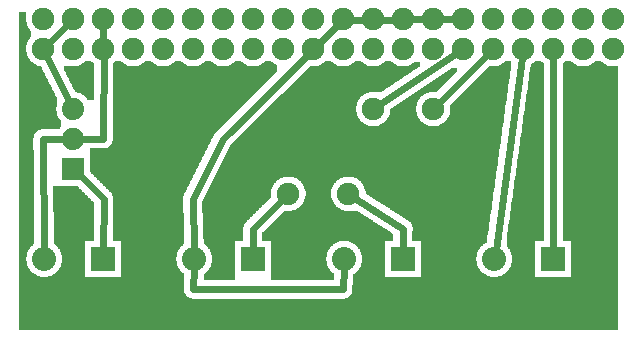
<source format=gbl>
G04 MADE WITH FRITZING*
G04 WWW.FRITZING.ORG*
G04 DOUBLE SIDED*
G04 HOLES PLATED*
G04 CONTOUR ON CENTER OF CONTOUR VECTOR*
%ASAXBY*%
%FSLAX23Y23*%
%MOIN*%
%OFA0B0*%
%SFA1.0B1.0*%
%ADD10C,0.075000*%
%ADD11C,0.075361*%
%ADD12C,0.080000*%
%ADD13C,0.074000*%
%ADD14R,0.080000X0.080000*%
%ADD15C,0.024000*%
%ADD16R,0.001000X0.001000*%
%LNCOPPER0*%
G90*
G70*
G54D10*
X99Y824D03*
G54D11*
X121Y979D03*
X221Y979D03*
X321Y979D03*
X421Y979D03*
X521Y979D03*
X621Y979D03*
X721Y979D03*
X821Y979D03*
X921Y979D03*
X1021Y979D03*
X1121Y979D03*
X1221Y979D03*
X1321Y979D03*
X1421Y979D03*
X1521Y979D03*
X1621Y979D03*
X1721Y979D03*
X1821Y979D03*
X1921Y979D03*
X2021Y979D03*
X2021Y1079D03*
X1921Y1079D03*
X1821Y1079D03*
X1721Y1079D03*
X1621Y1079D03*
X1521Y1079D03*
X1421Y1079D03*
X1321Y1079D03*
X1221Y1079D03*
X1121Y1079D03*
X1021Y1079D03*
X921Y1079D03*
X821Y1079D03*
X721Y1079D03*
X621Y1079D03*
X521Y1079D03*
X421Y1079D03*
X321Y1079D03*
X221Y1079D03*
X121Y1079D03*
G54D12*
X1821Y279D03*
X1624Y279D03*
X1321Y279D03*
X1124Y279D03*
X821Y279D03*
X624Y279D03*
X321Y279D03*
X124Y279D03*
G54D10*
X1221Y779D03*
X938Y496D03*
X1421Y779D03*
X1138Y496D03*
G54D13*
X221Y579D03*
X221Y679D03*
X221Y779D03*
G54D14*
X1821Y279D03*
X1321Y279D03*
X821Y279D03*
X321Y279D03*
G54D15*
X719Y677D02*
X1122Y1076D01*
D02*
X1122Y1076D02*
X1490Y1079D01*
D02*
X620Y479D02*
X719Y677D01*
D02*
X624Y310D02*
X620Y479D01*
D02*
X322Y679D02*
X323Y980D01*
D02*
X323Y980D02*
X322Y1047D01*
D02*
X252Y679D02*
X322Y679D01*
D02*
X119Y980D02*
X207Y806D01*
D02*
X199Y1057D02*
X119Y980D01*
D02*
X121Y679D02*
X124Y310D01*
D02*
X191Y679D02*
X121Y679D01*
D02*
X323Y479D02*
X322Y310D01*
D02*
X243Y557D02*
X323Y479D01*
D02*
X918Y476D02*
X820Y379D01*
D02*
X820Y379D02*
X821Y310D01*
D02*
X622Y178D02*
X1120Y178D01*
D02*
X1120Y178D02*
X1123Y248D01*
D02*
X624Y248D02*
X622Y178D01*
D02*
X1163Y480D02*
X1322Y379D01*
D02*
X1322Y379D02*
X1319Y380D01*
D02*
X1319Y380D02*
X1321Y310D01*
D02*
X1629Y310D02*
X1717Y948D01*
D02*
X1821Y310D02*
X1821Y947D01*
D02*
X1599Y957D02*
X1442Y799D01*
D02*
X1245Y795D02*
X1495Y961D01*
G36*
X40Y1101D02*
X40Y219D01*
X112Y219D01*
X112Y221D01*
X104Y221D01*
X104Y223D01*
X100Y223D01*
X100Y225D01*
X96Y225D01*
X96Y227D01*
X92Y227D01*
X92Y229D01*
X90Y229D01*
X90Y231D01*
X88Y231D01*
X88Y233D01*
X84Y233D01*
X84Y235D01*
X82Y235D01*
X82Y237D01*
X80Y237D01*
X80Y239D01*
X78Y239D01*
X78Y243D01*
X76Y243D01*
X76Y245D01*
X74Y245D01*
X74Y247D01*
X72Y247D01*
X72Y251D01*
X70Y251D01*
X70Y255D01*
X68Y255D01*
X68Y261D01*
X66Y261D01*
X66Y271D01*
X64Y271D01*
X64Y285D01*
X66Y285D01*
X66Y295D01*
X68Y295D01*
X68Y301D01*
X70Y301D01*
X70Y305D01*
X72Y305D01*
X72Y309D01*
X74Y309D01*
X74Y313D01*
X76Y313D01*
X76Y315D01*
X78Y315D01*
X78Y317D01*
X80Y317D01*
X80Y319D01*
X82Y319D01*
X82Y321D01*
X84Y321D01*
X84Y323D01*
X86Y323D01*
X86Y325D01*
X88Y325D01*
X88Y327D01*
X90Y327D01*
X90Y329D01*
X92Y329D01*
X92Y433D01*
X90Y433D01*
X90Y641D01*
X88Y641D01*
X88Y683D01*
X90Y683D01*
X90Y691D01*
X92Y691D01*
X92Y695D01*
X94Y695D01*
X94Y697D01*
X96Y697D01*
X96Y701D01*
X98Y701D01*
X98Y703D01*
X102Y703D01*
X102Y705D01*
X104Y705D01*
X104Y707D01*
X108Y707D01*
X108Y709D01*
X114Y709D01*
X114Y711D01*
X176Y711D01*
X176Y713D01*
X178Y713D01*
X178Y717D01*
X180Y717D01*
X180Y719D01*
X182Y719D01*
X182Y739D01*
X180Y739D01*
X180Y741D01*
X178Y741D01*
X178Y743D01*
X176Y743D01*
X176Y745D01*
X174Y745D01*
X174Y749D01*
X172Y749D01*
X172Y751D01*
X170Y751D01*
X170Y755D01*
X168Y755D01*
X168Y761D01*
X166Y761D01*
X166Y771D01*
X164Y771D01*
X164Y785D01*
X166Y785D01*
X166Y795D01*
X168Y795D01*
X168Y815D01*
X166Y815D01*
X166Y819D01*
X164Y819D01*
X164Y823D01*
X162Y823D01*
X162Y827D01*
X160Y827D01*
X160Y831D01*
X158Y831D01*
X158Y835D01*
X156Y835D01*
X156Y839D01*
X154Y839D01*
X154Y843D01*
X152Y843D01*
X152Y847D01*
X150Y847D01*
X150Y851D01*
X148Y851D01*
X148Y855D01*
X146Y855D01*
X146Y859D01*
X144Y859D01*
X144Y861D01*
X142Y861D01*
X142Y865D01*
X140Y865D01*
X140Y869D01*
X138Y869D01*
X138Y873D01*
X136Y873D01*
X136Y877D01*
X134Y877D01*
X134Y881D01*
X132Y881D01*
X132Y885D01*
X130Y885D01*
X130Y889D01*
X128Y889D01*
X128Y893D01*
X126Y893D01*
X126Y897D01*
X124Y897D01*
X124Y901D01*
X122Y901D01*
X122Y905D01*
X120Y905D01*
X120Y909D01*
X118Y909D01*
X118Y913D01*
X116Y913D01*
X116Y917D01*
X114Y917D01*
X114Y921D01*
X110Y921D01*
X110Y923D01*
X102Y923D01*
X102Y925D01*
X98Y925D01*
X98Y927D01*
X94Y927D01*
X94Y929D01*
X90Y929D01*
X90Y931D01*
X88Y931D01*
X88Y933D01*
X86Y933D01*
X86Y935D01*
X82Y935D01*
X82Y937D01*
X80Y937D01*
X80Y939D01*
X78Y939D01*
X78Y943D01*
X76Y943D01*
X76Y945D01*
X74Y945D01*
X74Y947D01*
X72Y947D01*
X72Y951D01*
X70Y951D01*
X70Y955D01*
X68Y955D01*
X68Y959D01*
X66Y959D01*
X66Y967D01*
X64Y967D01*
X64Y991D01*
X66Y991D01*
X66Y997D01*
X68Y997D01*
X68Y1003D01*
X70Y1003D01*
X70Y1007D01*
X72Y1007D01*
X72Y1009D01*
X74Y1009D01*
X74Y1013D01*
X76Y1013D01*
X76Y1015D01*
X78Y1015D01*
X78Y1017D01*
X80Y1017D01*
X80Y1039D01*
X78Y1039D01*
X78Y1043D01*
X76Y1043D01*
X76Y1045D01*
X74Y1045D01*
X74Y1047D01*
X72Y1047D01*
X72Y1051D01*
X70Y1051D01*
X70Y1055D01*
X68Y1055D01*
X68Y1059D01*
X66Y1059D01*
X66Y1067D01*
X64Y1067D01*
X64Y1101D01*
X40Y1101D01*
G37*
D02*
G36*
X360Y937D02*
X360Y935D01*
X358Y935D01*
X358Y933D01*
X356Y933D01*
X356Y931D01*
X354Y931D01*
X354Y921D01*
X410Y921D01*
X410Y923D01*
X402Y923D01*
X402Y925D01*
X398Y925D01*
X398Y927D01*
X394Y927D01*
X394Y929D01*
X390Y929D01*
X390Y931D01*
X388Y931D01*
X388Y933D01*
X386Y933D01*
X386Y935D01*
X382Y935D01*
X382Y937D01*
X360Y937D01*
G37*
D02*
G36*
X460Y937D02*
X460Y935D01*
X458Y935D01*
X458Y933D01*
X456Y933D01*
X456Y931D01*
X452Y931D01*
X452Y929D01*
X450Y929D01*
X450Y927D01*
X446Y927D01*
X446Y925D01*
X440Y925D01*
X440Y923D01*
X432Y923D01*
X432Y921D01*
X510Y921D01*
X510Y923D01*
X502Y923D01*
X502Y925D01*
X498Y925D01*
X498Y927D01*
X494Y927D01*
X494Y929D01*
X490Y929D01*
X490Y931D01*
X488Y931D01*
X488Y933D01*
X486Y933D01*
X486Y935D01*
X482Y935D01*
X482Y937D01*
X460Y937D01*
G37*
D02*
G36*
X560Y937D02*
X560Y935D01*
X558Y935D01*
X558Y933D01*
X556Y933D01*
X556Y931D01*
X552Y931D01*
X552Y929D01*
X550Y929D01*
X550Y927D01*
X546Y927D01*
X546Y925D01*
X540Y925D01*
X540Y923D01*
X532Y923D01*
X532Y921D01*
X610Y921D01*
X610Y923D01*
X602Y923D01*
X602Y925D01*
X598Y925D01*
X598Y927D01*
X594Y927D01*
X594Y929D01*
X590Y929D01*
X590Y931D01*
X588Y931D01*
X588Y933D01*
X586Y933D01*
X586Y935D01*
X582Y935D01*
X582Y937D01*
X560Y937D01*
G37*
D02*
G36*
X660Y937D02*
X660Y935D01*
X658Y935D01*
X658Y933D01*
X656Y933D01*
X656Y931D01*
X652Y931D01*
X652Y929D01*
X650Y929D01*
X650Y927D01*
X646Y927D01*
X646Y925D01*
X640Y925D01*
X640Y923D01*
X632Y923D01*
X632Y921D01*
X710Y921D01*
X710Y923D01*
X702Y923D01*
X702Y925D01*
X698Y925D01*
X698Y927D01*
X694Y927D01*
X694Y929D01*
X690Y929D01*
X690Y931D01*
X688Y931D01*
X688Y933D01*
X686Y933D01*
X686Y935D01*
X682Y935D01*
X682Y937D01*
X660Y937D01*
G37*
D02*
G36*
X760Y937D02*
X760Y935D01*
X758Y935D01*
X758Y933D01*
X756Y933D01*
X756Y931D01*
X752Y931D01*
X752Y929D01*
X750Y929D01*
X750Y927D01*
X746Y927D01*
X746Y925D01*
X740Y925D01*
X740Y923D01*
X732Y923D01*
X732Y921D01*
X810Y921D01*
X810Y923D01*
X802Y923D01*
X802Y925D01*
X798Y925D01*
X798Y927D01*
X794Y927D01*
X794Y929D01*
X790Y929D01*
X790Y931D01*
X788Y931D01*
X788Y933D01*
X786Y933D01*
X786Y935D01*
X782Y935D01*
X782Y937D01*
X760Y937D01*
G37*
D02*
G36*
X860Y937D02*
X860Y935D01*
X858Y935D01*
X858Y933D01*
X856Y933D01*
X856Y931D01*
X852Y931D01*
X852Y929D01*
X850Y929D01*
X850Y927D01*
X846Y927D01*
X846Y925D01*
X840Y925D01*
X840Y923D01*
X832Y923D01*
X832Y921D01*
X902Y921D01*
X902Y925D01*
X898Y925D01*
X898Y927D01*
X894Y927D01*
X894Y929D01*
X890Y929D01*
X890Y931D01*
X888Y931D01*
X888Y933D01*
X886Y933D01*
X886Y935D01*
X882Y935D01*
X882Y937D01*
X860Y937D01*
G37*
D02*
G36*
X1060Y937D02*
X1060Y935D01*
X1058Y935D01*
X1058Y933D01*
X1056Y933D01*
X1056Y931D01*
X1052Y931D01*
X1052Y929D01*
X1050Y929D01*
X1050Y927D01*
X1046Y927D01*
X1046Y925D01*
X1040Y925D01*
X1040Y923D01*
X1032Y923D01*
X1032Y921D01*
X1110Y921D01*
X1110Y923D01*
X1102Y923D01*
X1102Y925D01*
X1098Y925D01*
X1098Y927D01*
X1094Y927D01*
X1094Y929D01*
X1090Y929D01*
X1090Y931D01*
X1088Y931D01*
X1088Y933D01*
X1086Y933D01*
X1086Y935D01*
X1082Y935D01*
X1082Y937D01*
X1060Y937D01*
G37*
D02*
G36*
X1160Y937D02*
X1160Y935D01*
X1158Y935D01*
X1158Y933D01*
X1156Y933D01*
X1156Y931D01*
X1152Y931D01*
X1152Y929D01*
X1150Y929D01*
X1150Y927D01*
X1146Y927D01*
X1146Y925D01*
X1140Y925D01*
X1140Y923D01*
X1132Y923D01*
X1132Y921D01*
X1210Y921D01*
X1210Y923D01*
X1202Y923D01*
X1202Y925D01*
X1198Y925D01*
X1198Y927D01*
X1194Y927D01*
X1194Y929D01*
X1190Y929D01*
X1190Y931D01*
X1188Y931D01*
X1188Y933D01*
X1186Y933D01*
X1186Y935D01*
X1182Y935D01*
X1182Y937D01*
X1160Y937D01*
G37*
D02*
G36*
X1260Y937D02*
X1260Y935D01*
X1258Y935D01*
X1258Y933D01*
X1256Y933D01*
X1256Y931D01*
X1252Y931D01*
X1252Y929D01*
X1250Y929D01*
X1250Y927D01*
X1246Y927D01*
X1246Y925D01*
X1240Y925D01*
X1240Y923D01*
X1232Y923D01*
X1232Y921D01*
X1310Y921D01*
X1310Y923D01*
X1302Y923D01*
X1302Y925D01*
X1298Y925D01*
X1298Y927D01*
X1294Y927D01*
X1294Y929D01*
X1290Y929D01*
X1290Y931D01*
X1288Y931D01*
X1288Y933D01*
X1286Y933D01*
X1286Y935D01*
X1282Y935D01*
X1282Y937D01*
X1260Y937D01*
G37*
D02*
G36*
X1660Y937D02*
X1660Y935D01*
X1658Y935D01*
X1658Y933D01*
X1656Y933D01*
X1656Y931D01*
X1652Y931D01*
X1652Y929D01*
X1650Y929D01*
X1650Y927D01*
X1646Y927D01*
X1646Y925D01*
X1640Y925D01*
X1640Y923D01*
X1632Y923D01*
X1632Y921D01*
X1608Y921D01*
X1608Y919D01*
X1606Y919D01*
X1606Y917D01*
X1604Y917D01*
X1604Y915D01*
X1602Y915D01*
X1602Y913D01*
X1600Y913D01*
X1600Y911D01*
X1598Y911D01*
X1598Y909D01*
X1596Y909D01*
X1596Y907D01*
X1594Y907D01*
X1594Y905D01*
X1592Y905D01*
X1592Y903D01*
X1590Y903D01*
X1590Y901D01*
X1588Y901D01*
X1588Y899D01*
X1586Y899D01*
X1586Y897D01*
X1584Y897D01*
X1584Y895D01*
X1582Y895D01*
X1582Y893D01*
X1580Y893D01*
X1580Y891D01*
X1578Y891D01*
X1578Y889D01*
X1576Y889D01*
X1576Y887D01*
X1574Y887D01*
X1574Y885D01*
X1572Y885D01*
X1572Y883D01*
X1570Y883D01*
X1570Y881D01*
X1568Y881D01*
X1568Y879D01*
X1566Y879D01*
X1566Y877D01*
X1564Y877D01*
X1564Y875D01*
X1562Y875D01*
X1562Y873D01*
X1560Y873D01*
X1560Y871D01*
X1558Y871D01*
X1558Y869D01*
X1556Y869D01*
X1556Y867D01*
X1554Y867D01*
X1554Y865D01*
X1552Y865D01*
X1552Y863D01*
X1550Y863D01*
X1550Y861D01*
X1548Y861D01*
X1548Y859D01*
X1546Y859D01*
X1546Y857D01*
X1544Y857D01*
X1544Y855D01*
X1542Y855D01*
X1542Y853D01*
X1540Y853D01*
X1540Y851D01*
X1538Y851D01*
X1538Y849D01*
X1536Y849D01*
X1536Y847D01*
X1534Y847D01*
X1534Y845D01*
X1532Y845D01*
X1532Y843D01*
X1530Y843D01*
X1530Y841D01*
X1528Y841D01*
X1528Y839D01*
X1526Y839D01*
X1526Y837D01*
X1524Y837D01*
X1524Y835D01*
X1522Y835D01*
X1522Y833D01*
X1520Y833D01*
X1520Y831D01*
X1518Y831D01*
X1518Y829D01*
X1516Y829D01*
X1516Y827D01*
X1514Y827D01*
X1514Y825D01*
X1512Y825D01*
X1512Y823D01*
X1510Y823D01*
X1510Y821D01*
X1508Y821D01*
X1508Y819D01*
X1506Y819D01*
X1506Y817D01*
X1504Y817D01*
X1504Y815D01*
X1502Y815D01*
X1502Y813D01*
X1500Y813D01*
X1500Y811D01*
X1498Y811D01*
X1498Y809D01*
X1496Y809D01*
X1496Y807D01*
X1494Y807D01*
X1494Y805D01*
X1492Y805D01*
X1492Y803D01*
X1490Y803D01*
X1490Y801D01*
X1488Y801D01*
X1488Y799D01*
X1486Y799D01*
X1486Y797D01*
X1484Y797D01*
X1484Y795D01*
X1482Y795D01*
X1482Y793D01*
X1480Y793D01*
X1480Y791D01*
X1478Y791D01*
X1478Y765D01*
X1476Y765D01*
X1476Y757D01*
X1474Y757D01*
X1474Y753D01*
X1472Y753D01*
X1472Y749D01*
X1470Y749D01*
X1470Y747D01*
X1468Y747D01*
X1468Y743D01*
X1466Y743D01*
X1466Y741D01*
X1464Y741D01*
X1464Y739D01*
X1462Y739D01*
X1462Y737D01*
X1460Y737D01*
X1460Y735D01*
X1458Y735D01*
X1458Y733D01*
X1454Y733D01*
X1454Y731D01*
X1452Y731D01*
X1452Y729D01*
X1448Y729D01*
X1448Y727D01*
X1444Y727D01*
X1444Y725D01*
X1440Y725D01*
X1440Y723D01*
X1430Y723D01*
X1430Y721D01*
X1654Y721D01*
X1654Y733D01*
X1656Y733D01*
X1656Y747D01*
X1658Y747D01*
X1658Y761D01*
X1660Y761D01*
X1660Y775D01*
X1662Y775D01*
X1662Y791D01*
X1664Y791D01*
X1664Y805D01*
X1666Y805D01*
X1666Y819D01*
X1668Y819D01*
X1668Y833D01*
X1670Y833D01*
X1670Y849D01*
X1672Y849D01*
X1672Y863D01*
X1674Y863D01*
X1674Y877D01*
X1676Y877D01*
X1676Y891D01*
X1678Y891D01*
X1678Y905D01*
X1680Y905D01*
X1680Y937D01*
X1660Y937D01*
G37*
D02*
G36*
X1760Y937D02*
X1760Y935D01*
X1758Y935D01*
X1758Y933D01*
X1756Y933D01*
X1756Y931D01*
X1752Y931D01*
X1752Y929D01*
X1750Y929D01*
X1750Y927D01*
X1746Y927D01*
X1746Y917D01*
X1744Y917D01*
X1744Y901D01*
X1742Y901D01*
X1742Y887D01*
X1740Y887D01*
X1740Y873D01*
X1738Y873D01*
X1738Y859D01*
X1736Y859D01*
X1736Y843D01*
X1734Y843D01*
X1734Y829D01*
X1732Y829D01*
X1732Y815D01*
X1730Y815D01*
X1730Y801D01*
X1728Y801D01*
X1728Y785D01*
X1726Y785D01*
X1726Y771D01*
X1724Y771D01*
X1724Y757D01*
X1722Y757D01*
X1722Y743D01*
X1720Y743D01*
X1720Y729D01*
X1718Y729D01*
X1718Y713D01*
X1716Y713D01*
X1716Y699D01*
X1714Y699D01*
X1714Y685D01*
X1712Y685D01*
X1712Y671D01*
X1710Y671D01*
X1710Y655D01*
X1708Y655D01*
X1708Y641D01*
X1706Y641D01*
X1706Y627D01*
X1704Y627D01*
X1704Y613D01*
X1702Y613D01*
X1702Y597D01*
X1700Y597D01*
X1700Y583D01*
X1698Y583D01*
X1698Y569D01*
X1696Y569D01*
X1696Y555D01*
X1694Y555D01*
X1694Y541D01*
X1692Y541D01*
X1692Y525D01*
X1690Y525D01*
X1690Y511D01*
X1688Y511D01*
X1688Y497D01*
X1686Y497D01*
X1686Y483D01*
X1684Y483D01*
X1684Y467D01*
X1682Y467D01*
X1682Y453D01*
X1680Y453D01*
X1680Y439D01*
X1678Y439D01*
X1678Y425D01*
X1676Y425D01*
X1676Y409D01*
X1674Y409D01*
X1674Y395D01*
X1672Y395D01*
X1672Y381D01*
X1670Y381D01*
X1670Y367D01*
X1668Y367D01*
X1668Y353D01*
X1666Y353D01*
X1666Y321D01*
X1668Y321D01*
X1668Y319D01*
X1670Y319D01*
X1670Y315D01*
X1672Y315D01*
X1672Y313D01*
X1674Y313D01*
X1674Y311D01*
X1676Y311D01*
X1676Y307D01*
X1678Y307D01*
X1678Y303D01*
X1680Y303D01*
X1680Y299D01*
X1682Y299D01*
X1682Y291D01*
X1684Y291D01*
X1684Y265D01*
X1682Y265D01*
X1682Y259D01*
X1680Y259D01*
X1680Y253D01*
X1678Y253D01*
X1678Y249D01*
X1676Y249D01*
X1676Y247D01*
X1674Y247D01*
X1674Y243D01*
X1672Y243D01*
X1672Y241D01*
X1670Y241D01*
X1670Y239D01*
X1668Y239D01*
X1668Y237D01*
X1666Y237D01*
X1666Y235D01*
X1664Y235D01*
X1664Y233D01*
X1662Y233D01*
X1662Y231D01*
X1660Y231D01*
X1660Y229D01*
X1656Y229D01*
X1656Y227D01*
X1654Y227D01*
X1654Y225D01*
X1650Y225D01*
X1650Y223D01*
X1644Y223D01*
X1644Y221D01*
X1638Y221D01*
X1638Y219D01*
X1762Y219D01*
X1762Y339D01*
X1790Y339D01*
X1790Y931D01*
X1788Y931D01*
X1788Y933D01*
X1786Y933D01*
X1786Y935D01*
X1782Y935D01*
X1782Y937D01*
X1760Y937D01*
G37*
D02*
G36*
X1860Y937D02*
X1860Y935D01*
X1858Y935D01*
X1858Y933D01*
X1856Y933D01*
X1856Y931D01*
X1854Y931D01*
X1854Y921D01*
X1910Y921D01*
X1910Y923D01*
X1902Y923D01*
X1902Y925D01*
X1898Y925D01*
X1898Y927D01*
X1894Y927D01*
X1894Y929D01*
X1890Y929D01*
X1890Y931D01*
X1888Y931D01*
X1888Y933D01*
X1886Y933D01*
X1886Y935D01*
X1882Y935D01*
X1882Y937D01*
X1860Y937D01*
G37*
D02*
G36*
X1960Y937D02*
X1960Y935D01*
X1958Y935D01*
X1958Y933D01*
X1956Y933D01*
X1956Y931D01*
X1952Y931D01*
X1952Y929D01*
X1950Y929D01*
X1950Y927D01*
X1946Y927D01*
X1946Y925D01*
X1940Y925D01*
X1940Y923D01*
X1932Y923D01*
X1932Y921D01*
X2010Y921D01*
X2010Y923D01*
X2002Y923D01*
X2002Y925D01*
X1998Y925D01*
X1998Y927D01*
X1994Y927D01*
X1994Y929D01*
X1990Y929D01*
X1990Y931D01*
X1988Y931D01*
X1988Y933D01*
X1986Y933D01*
X1986Y935D01*
X1982Y935D01*
X1982Y937D01*
X1960Y937D01*
G37*
D02*
G36*
X1358Y935D02*
X1358Y933D01*
X1356Y933D01*
X1356Y931D01*
X1352Y931D01*
X1352Y929D01*
X1350Y929D01*
X1350Y927D01*
X1346Y927D01*
X1346Y925D01*
X1340Y925D01*
X1340Y923D01*
X1332Y923D01*
X1332Y921D01*
X1378Y921D01*
X1378Y935D01*
X1358Y935D01*
G37*
D02*
G36*
X354Y921D02*
X354Y919D01*
X902Y919D01*
X902Y921D01*
X354Y921D01*
G37*
D02*
G36*
X354Y921D02*
X354Y919D01*
X902Y919D01*
X902Y921D01*
X354Y921D01*
G37*
D02*
G36*
X354Y921D02*
X354Y919D01*
X902Y919D01*
X902Y921D01*
X354Y921D01*
G37*
D02*
G36*
X354Y921D02*
X354Y919D01*
X902Y919D01*
X902Y921D01*
X354Y921D01*
G37*
D02*
G36*
X354Y921D02*
X354Y919D01*
X902Y919D01*
X902Y921D01*
X354Y921D01*
G37*
D02*
G36*
X354Y921D02*
X354Y919D01*
X902Y919D01*
X902Y921D01*
X354Y921D01*
G37*
D02*
G36*
X1010Y921D02*
X1010Y919D01*
X1376Y919D01*
X1376Y921D01*
X1010Y921D01*
G37*
D02*
G36*
X1010Y921D02*
X1010Y919D01*
X1376Y919D01*
X1376Y921D01*
X1010Y921D01*
G37*
D02*
G36*
X1010Y921D02*
X1010Y919D01*
X1376Y919D01*
X1376Y921D01*
X1010Y921D01*
G37*
D02*
G36*
X1010Y921D02*
X1010Y919D01*
X1376Y919D01*
X1376Y921D01*
X1010Y921D01*
G37*
D02*
G36*
X1854Y921D02*
X1854Y919D01*
X2038Y919D01*
X2038Y921D01*
X1854Y921D01*
G37*
D02*
G36*
X1854Y921D02*
X1854Y919D01*
X2038Y919D01*
X2038Y921D01*
X1854Y921D01*
G37*
D02*
G36*
X354Y919D02*
X354Y671D01*
X352Y671D01*
X352Y665D01*
X350Y665D01*
X350Y661D01*
X348Y661D01*
X348Y659D01*
X346Y659D01*
X346Y657D01*
X344Y657D01*
X344Y655D01*
X342Y655D01*
X342Y653D01*
X340Y653D01*
X340Y651D01*
X336Y651D01*
X336Y649D01*
X330Y649D01*
X330Y647D01*
X278Y647D01*
X278Y567D01*
X280Y567D01*
X280Y565D01*
X282Y565D01*
X282Y563D01*
X284Y563D01*
X284Y561D01*
X286Y561D01*
X286Y559D01*
X288Y559D01*
X288Y557D01*
X290Y557D01*
X290Y555D01*
X292Y555D01*
X292Y553D01*
X294Y553D01*
X294Y551D01*
X296Y551D01*
X296Y549D01*
X298Y549D01*
X298Y547D01*
X300Y547D01*
X300Y545D01*
X302Y545D01*
X302Y543D01*
X304Y543D01*
X304Y541D01*
X306Y541D01*
X306Y539D01*
X308Y539D01*
X308Y537D01*
X310Y537D01*
X310Y535D01*
X312Y535D01*
X312Y533D01*
X314Y533D01*
X314Y531D01*
X316Y531D01*
X316Y529D01*
X318Y529D01*
X318Y527D01*
X320Y527D01*
X320Y525D01*
X322Y525D01*
X322Y523D01*
X324Y523D01*
X324Y521D01*
X326Y521D01*
X326Y519D01*
X328Y519D01*
X328Y517D01*
X330Y517D01*
X330Y515D01*
X332Y515D01*
X332Y513D01*
X334Y513D01*
X334Y511D01*
X336Y511D01*
X336Y509D01*
X338Y509D01*
X338Y507D01*
X340Y507D01*
X340Y505D01*
X342Y505D01*
X342Y503D01*
X344Y503D01*
X344Y501D01*
X346Y501D01*
X346Y499D01*
X348Y499D01*
X348Y497D01*
X350Y497D01*
X350Y493D01*
X352Y493D01*
X352Y489D01*
X354Y489D01*
X354Y339D01*
X380Y339D01*
X380Y337D01*
X382Y337D01*
X382Y219D01*
X590Y219D01*
X590Y231D01*
X588Y231D01*
X588Y233D01*
X584Y233D01*
X584Y235D01*
X582Y235D01*
X582Y237D01*
X580Y237D01*
X580Y239D01*
X578Y239D01*
X578Y243D01*
X576Y243D01*
X576Y245D01*
X574Y245D01*
X574Y247D01*
X572Y247D01*
X572Y251D01*
X570Y251D01*
X570Y255D01*
X568Y255D01*
X568Y261D01*
X566Y261D01*
X566Y271D01*
X564Y271D01*
X564Y285D01*
X566Y285D01*
X566Y295D01*
X568Y295D01*
X568Y301D01*
X570Y301D01*
X570Y305D01*
X572Y305D01*
X572Y309D01*
X574Y309D01*
X574Y313D01*
X576Y313D01*
X576Y315D01*
X578Y315D01*
X578Y317D01*
X580Y317D01*
X580Y319D01*
X582Y319D01*
X582Y321D01*
X584Y321D01*
X584Y323D01*
X586Y323D01*
X586Y325D01*
X588Y325D01*
X588Y327D01*
X590Y327D01*
X590Y433D01*
X588Y433D01*
X588Y487D01*
X590Y487D01*
X590Y493D01*
X592Y493D01*
X592Y497D01*
X594Y497D01*
X594Y501D01*
X596Y501D01*
X596Y505D01*
X598Y505D01*
X598Y509D01*
X600Y509D01*
X600Y513D01*
X602Y513D01*
X602Y517D01*
X604Y517D01*
X604Y521D01*
X606Y521D01*
X606Y525D01*
X608Y525D01*
X608Y529D01*
X610Y529D01*
X610Y533D01*
X612Y533D01*
X612Y537D01*
X614Y537D01*
X614Y541D01*
X616Y541D01*
X616Y545D01*
X618Y545D01*
X618Y549D01*
X620Y549D01*
X620Y553D01*
X622Y553D01*
X622Y557D01*
X624Y557D01*
X624Y561D01*
X626Y561D01*
X626Y565D01*
X628Y565D01*
X628Y569D01*
X630Y569D01*
X630Y573D01*
X632Y573D01*
X632Y577D01*
X634Y577D01*
X634Y581D01*
X636Y581D01*
X636Y585D01*
X638Y585D01*
X638Y589D01*
X640Y589D01*
X640Y593D01*
X642Y593D01*
X642Y597D01*
X644Y597D01*
X644Y601D01*
X646Y601D01*
X646Y605D01*
X648Y605D01*
X648Y609D01*
X650Y609D01*
X650Y613D01*
X652Y613D01*
X652Y617D01*
X654Y617D01*
X654Y621D01*
X656Y621D01*
X656Y625D01*
X658Y625D01*
X658Y629D01*
X660Y629D01*
X660Y633D01*
X662Y633D01*
X662Y637D01*
X664Y637D01*
X664Y641D01*
X666Y641D01*
X666Y645D01*
X668Y645D01*
X668Y649D01*
X670Y649D01*
X670Y653D01*
X672Y653D01*
X672Y657D01*
X674Y657D01*
X674Y661D01*
X676Y661D01*
X676Y665D01*
X678Y665D01*
X678Y669D01*
X680Y669D01*
X680Y673D01*
X682Y673D01*
X682Y677D01*
X684Y677D01*
X684Y681D01*
X686Y681D01*
X686Y685D01*
X688Y685D01*
X688Y689D01*
X690Y689D01*
X690Y693D01*
X692Y693D01*
X692Y695D01*
X694Y695D01*
X694Y697D01*
X696Y697D01*
X696Y699D01*
X698Y699D01*
X698Y701D01*
X700Y701D01*
X700Y703D01*
X702Y703D01*
X702Y705D01*
X704Y705D01*
X704Y707D01*
X706Y707D01*
X706Y709D01*
X708Y709D01*
X708Y711D01*
X710Y711D01*
X710Y713D01*
X712Y713D01*
X712Y715D01*
X714Y715D01*
X714Y717D01*
X716Y717D01*
X716Y719D01*
X718Y719D01*
X718Y721D01*
X720Y721D01*
X720Y723D01*
X722Y723D01*
X722Y725D01*
X724Y725D01*
X724Y727D01*
X726Y727D01*
X726Y729D01*
X728Y729D01*
X728Y731D01*
X730Y731D01*
X730Y733D01*
X732Y733D01*
X732Y735D01*
X734Y735D01*
X734Y737D01*
X736Y737D01*
X736Y739D01*
X738Y739D01*
X738Y741D01*
X740Y741D01*
X740Y743D01*
X742Y743D01*
X742Y745D01*
X744Y745D01*
X744Y747D01*
X746Y747D01*
X746Y749D01*
X748Y749D01*
X748Y751D01*
X750Y751D01*
X750Y753D01*
X752Y753D01*
X752Y755D01*
X754Y755D01*
X754Y757D01*
X756Y757D01*
X756Y759D01*
X758Y759D01*
X758Y761D01*
X760Y761D01*
X760Y763D01*
X762Y763D01*
X762Y765D01*
X764Y765D01*
X764Y767D01*
X766Y767D01*
X766Y769D01*
X768Y769D01*
X768Y771D01*
X770Y771D01*
X770Y773D01*
X772Y773D01*
X772Y775D01*
X774Y775D01*
X774Y777D01*
X776Y777D01*
X776Y779D01*
X778Y779D01*
X778Y781D01*
X780Y781D01*
X780Y783D01*
X782Y783D01*
X782Y785D01*
X784Y785D01*
X784Y787D01*
X786Y787D01*
X786Y789D01*
X788Y789D01*
X788Y791D01*
X790Y791D01*
X790Y793D01*
X792Y793D01*
X792Y795D01*
X794Y795D01*
X794Y797D01*
X796Y797D01*
X796Y799D01*
X798Y799D01*
X798Y801D01*
X800Y801D01*
X800Y803D01*
X802Y803D01*
X802Y805D01*
X804Y805D01*
X804Y807D01*
X806Y807D01*
X806Y809D01*
X808Y809D01*
X808Y811D01*
X810Y811D01*
X810Y813D01*
X812Y813D01*
X812Y815D01*
X814Y815D01*
X814Y817D01*
X816Y817D01*
X816Y819D01*
X818Y819D01*
X818Y821D01*
X820Y821D01*
X820Y823D01*
X822Y823D01*
X822Y825D01*
X824Y825D01*
X824Y827D01*
X826Y827D01*
X826Y829D01*
X828Y829D01*
X828Y831D01*
X830Y831D01*
X830Y833D01*
X832Y833D01*
X832Y835D01*
X834Y835D01*
X834Y837D01*
X836Y837D01*
X836Y839D01*
X838Y839D01*
X838Y841D01*
X840Y841D01*
X840Y843D01*
X842Y843D01*
X842Y845D01*
X844Y845D01*
X844Y847D01*
X846Y847D01*
X846Y849D01*
X848Y849D01*
X848Y851D01*
X850Y851D01*
X850Y853D01*
X852Y853D01*
X852Y855D01*
X854Y855D01*
X854Y857D01*
X856Y857D01*
X856Y859D01*
X858Y859D01*
X858Y861D01*
X860Y861D01*
X860Y863D01*
X862Y863D01*
X862Y865D01*
X864Y865D01*
X864Y867D01*
X866Y867D01*
X866Y869D01*
X868Y869D01*
X868Y871D01*
X870Y871D01*
X870Y873D01*
X872Y873D01*
X872Y875D01*
X874Y875D01*
X874Y877D01*
X876Y877D01*
X876Y879D01*
X878Y879D01*
X878Y881D01*
X880Y881D01*
X880Y883D01*
X882Y883D01*
X882Y885D01*
X884Y885D01*
X884Y887D01*
X886Y887D01*
X886Y889D01*
X888Y889D01*
X888Y891D01*
X890Y891D01*
X890Y893D01*
X892Y893D01*
X892Y895D01*
X894Y895D01*
X894Y897D01*
X896Y897D01*
X896Y899D01*
X898Y899D01*
X898Y901D01*
X900Y901D01*
X900Y903D01*
X902Y903D01*
X902Y919D01*
X354Y919D01*
G37*
D02*
G36*
X1008Y919D02*
X1008Y917D01*
X1006Y917D01*
X1006Y915D01*
X1004Y915D01*
X1004Y913D01*
X1002Y913D01*
X1002Y911D01*
X1000Y911D01*
X1000Y909D01*
X998Y909D01*
X998Y907D01*
X996Y907D01*
X996Y905D01*
X994Y905D01*
X994Y903D01*
X992Y903D01*
X992Y901D01*
X990Y901D01*
X990Y899D01*
X988Y899D01*
X988Y897D01*
X986Y897D01*
X986Y895D01*
X984Y895D01*
X984Y893D01*
X982Y893D01*
X982Y891D01*
X980Y891D01*
X980Y889D01*
X978Y889D01*
X978Y887D01*
X976Y887D01*
X976Y885D01*
X974Y885D01*
X974Y883D01*
X972Y883D01*
X972Y881D01*
X970Y881D01*
X970Y879D01*
X968Y879D01*
X968Y877D01*
X966Y877D01*
X966Y875D01*
X964Y875D01*
X964Y873D01*
X962Y873D01*
X962Y871D01*
X960Y871D01*
X960Y869D01*
X958Y869D01*
X958Y867D01*
X956Y867D01*
X956Y865D01*
X954Y865D01*
X954Y863D01*
X952Y863D01*
X952Y861D01*
X950Y861D01*
X950Y859D01*
X948Y859D01*
X948Y857D01*
X946Y857D01*
X946Y855D01*
X944Y855D01*
X944Y853D01*
X942Y853D01*
X942Y851D01*
X940Y851D01*
X940Y849D01*
X938Y849D01*
X938Y847D01*
X936Y847D01*
X936Y845D01*
X934Y845D01*
X934Y843D01*
X932Y843D01*
X932Y841D01*
X930Y841D01*
X930Y839D01*
X928Y839D01*
X928Y837D01*
X926Y837D01*
X926Y835D01*
X924Y835D01*
X924Y833D01*
X922Y833D01*
X922Y831D01*
X920Y831D01*
X920Y829D01*
X916Y829D01*
X916Y827D01*
X914Y827D01*
X914Y825D01*
X912Y825D01*
X912Y823D01*
X910Y823D01*
X910Y821D01*
X908Y821D01*
X908Y819D01*
X906Y819D01*
X906Y817D01*
X904Y817D01*
X904Y815D01*
X902Y815D01*
X902Y813D01*
X900Y813D01*
X900Y811D01*
X898Y811D01*
X898Y809D01*
X896Y809D01*
X896Y807D01*
X894Y807D01*
X894Y805D01*
X892Y805D01*
X892Y803D01*
X890Y803D01*
X890Y801D01*
X888Y801D01*
X888Y799D01*
X886Y799D01*
X886Y797D01*
X884Y797D01*
X884Y795D01*
X882Y795D01*
X882Y793D01*
X880Y793D01*
X880Y791D01*
X878Y791D01*
X878Y789D01*
X876Y789D01*
X876Y787D01*
X874Y787D01*
X874Y785D01*
X872Y785D01*
X872Y783D01*
X870Y783D01*
X870Y781D01*
X868Y781D01*
X868Y779D01*
X866Y779D01*
X866Y777D01*
X864Y777D01*
X864Y775D01*
X862Y775D01*
X862Y773D01*
X860Y773D01*
X860Y771D01*
X858Y771D01*
X858Y769D01*
X856Y769D01*
X856Y767D01*
X854Y767D01*
X854Y765D01*
X852Y765D01*
X852Y763D01*
X850Y763D01*
X850Y761D01*
X848Y761D01*
X848Y759D01*
X846Y759D01*
X846Y757D01*
X844Y757D01*
X844Y755D01*
X842Y755D01*
X842Y753D01*
X840Y753D01*
X840Y751D01*
X838Y751D01*
X838Y749D01*
X836Y749D01*
X836Y747D01*
X834Y747D01*
X834Y745D01*
X832Y745D01*
X832Y743D01*
X830Y743D01*
X830Y741D01*
X828Y741D01*
X828Y739D01*
X826Y739D01*
X826Y737D01*
X824Y737D01*
X824Y735D01*
X822Y735D01*
X822Y733D01*
X820Y733D01*
X820Y731D01*
X818Y731D01*
X818Y729D01*
X816Y729D01*
X816Y727D01*
X814Y727D01*
X814Y725D01*
X812Y725D01*
X812Y723D01*
X810Y723D01*
X810Y721D01*
X1212Y721D01*
X1212Y723D01*
X1204Y723D01*
X1204Y725D01*
X1198Y725D01*
X1198Y727D01*
X1194Y727D01*
X1194Y729D01*
X1190Y729D01*
X1190Y731D01*
X1188Y731D01*
X1188Y733D01*
X1186Y733D01*
X1186Y735D01*
X1182Y735D01*
X1182Y737D01*
X1180Y737D01*
X1180Y739D01*
X1178Y739D01*
X1178Y743D01*
X1176Y743D01*
X1176Y745D01*
X1174Y745D01*
X1174Y747D01*
X1172Y747D01*
X1172Y751D01*
X1170Y751D01*
X1170Y755D01*
X1168Y755D01*
X1168Y759D01*
X1166Y759D01*
X1166Y767D01*
X1164Y767D01*
X1164Y789D01*
X1166Y789D01*
X1166Y797D01*
X1168Y797D01*
X1168Y803D01*
X1170Y803D01*
X1170Y805D01*
X1172Y805D01*
X1172Y809D01*
X1174Y809D01*
X1174Y813D01*
X1176Y813D01*
X1176Y815D01*
X1178Y815D01*
X1178Y817D01*
X1180Y817D01*
X1180Y819D01*
X1182Y819D01*
X1182Y821D01*
X1184Y821D01*
X1184Y823D01*
X1186Y823D01*
X1186Y825D01*
X1190Y825D01*
X1190Y827D01*
X1192Y827D01*
X1192Y829D01*
X1196Y829D01*
X1196Y831D01*
X1200Y831D01*
X1200Y833D01*
X1208Y833D01*
X1208Y835D01*
X1250Y835D01*
X1250Y837D01*
X1252Y837D01*
X1252Y839D01*
X1256Y839D01*
X1256Y841D01*
X1258Y841D01*
X1258Y843D01*
X1262Y843D01*
X1262Y845D01*
X1264Y845D01*
X1264Y847D01*
X1268Y847D01*
X1268Y849D01*
X1270Y849D01*
X1270Y851D01*
X1274Y851D01*
X1274Y853D01*
X1276Y853D01*
X1276Y855D01*
X1280Y855D01*
X1280Y857D01*
X1282Y857D01*
X1282Y859D01*
X1286Y859D01*
X1286Y861D01*
X1288Y861D01*
X1288Y863D01*
X1292Y863D01*
X1292Y865D01*
X1294Y865D01*
X1294Y867D01*
X1298Y867D01*
X1298Y869D01*
X1300Y869D01*
X1300Y871D01*
X1304Y871D01*
X1304Y873D01*
X1306Y873D01*
X1306Y875D01*
X1310Y875D01*
X1310Y877D01*
X1312Y877D01*
X1312Y879D01*
X1316Y879D01*
X1316Y881D01*
X1318Y881D01*
X1318Y883D01*
X1322Y883D01*
X1322Y885D01*
X1324Y885D01*
X1324Y887D01*
X1328Y887D01*
X1328Y889D01*
X1330Y889D01*
X1330Y891D01*
X1334Y891D01*
X1334Y893D01*
X1336Y893D01*
X1336Y895D01*
X1340Y895D01*
X1340Y897D01*
X1342Y897D01*
X1342Y899D01*
X1346Y899D01*
X1346Y901D01*
X1348Y901D01*
X1348Y903D01*
X1352Y903D01*
X1352Y905D01*
X1354Y905D01*
X1354Y907D01*
X1358Y907D01*
X1358Y909D01*
X1360Y909D01*
X1360Y911D01*
X1364Y911D01*
X1364Y913D01*
X1366Y913D01*
X1366Y915D01*
X1370Y915D01*
X1370Y917D01*
X1372Y917D01*
X1372Y919D01*
X1008Y919D01*
G37*
D02*
G36*
X1854Y919D02*
X1854Y339D01*
X1880Y339D01*
X1880Y337D01*
X1882Y337D01*
X1882Y219D01*
X2038Y219D01*
X2038Y919D01*
X1854Y919D01*
G37*
D02*
G36*
X1482Y915D02*
X1482Y913D01*
X1480Y913D01*
X1480Y911D01*
X1476Y911D01*
X1476Y909D01*
X1474Y909D01*
X1474Y907D01*
X1470Y907D01*
X1470Y905D01*
X1468Y905D01*
X1468Y903D01*
X1464Y903D01*
X1464Y901D01*
X1462Y901D01*
X1462Y899D01*
X1458Y899D01*
X1458Y897D01*
X1456Y897D01*
X1456Y895D01*
X1452Y895D01*
X1452Y893D01*
X1450Y893D01*
X1450Y891D01*
X1446Y891D01*
X1446Y889D01*
X1444Y889D01*
X1444Y887D01*
X1440Y887D01*
X1440Y885D01*
X1438Y885D01*
X1438Y883D01*
X1434Y883D01*
X1434Y881D01*
X1432Y881D01*
X1432Y879D01*
X1428Y879D01*
X1428Y877D01*
X1426Y877D01*
X1426Y875D01*
X1422Y875D01*
X1422Y873D01*
X1420Y873D01*
X1420Y871D01*
X1416Y871D01*
X1416Y869D01*
X1414Y869D01*
X1414Y867D01*
X1410Y867D01*
X1410Y865D01*
X1408Y865D01*
X1408Y863D01*
X1404Y863D01*
X1404Y861D01*
X1402Y861D01*
X1402Y859D01*
X1398Y859D01*
X1398Y857D01*
X1396Y857D01*
X1396Y855D01*
X1392Y855D01*
X1392Y853D01*
X1390Y853D01*
X1390Y851D01*
X1386Y851D01*
X1386Y849D01*
X1384Y849D01*
X1384Y847D01*
X1380Y847D01*
X1380Y845D01*
X1378Y845D01*
X1378Y843D01*
X1374Y843D01*
X1374Y841D01*
X1372Y841D01*
X1372Y839D01*
X1368Y839D01*
X1368Y837D01*
X1366Y837D01*
X1366Y835D01*
X1362Y835D01*
X1362Y833D01*
X1360Y833D01*
X1360Y831D01*
X1356Y831D01*
X1356Y829D01*
X1354Y829D01*
X1354Y827D01*
X1350Y827D01*
X1350Y825D01*
X1348Y825D01*
X1348Y823D01*
X1344Y823D01*
X1344Y821D01*
X1342Y821D01*
X1342Y819D01*
X1338Y819D01*
X1338Y817D01*
X1336Y817D01*
X1336Y815D01*
X1332Y815D01*
X1332Y813D01*
X1330Y813D01*
X1330Y811D01*
X1326Y811D01*
X1326Y809D01*
X1324Y809D01*
X1324Y807D01*
X1320Y807D01*
X1320Y805D01*
X1318Y805D01*
X1318Y803D01*
X1314Y803D01*
X1314Y801D01*
X1312Y801D01*
X1312Y799D01*
X1308Y799D01*
X1308Y797D01*
X1306Y797D01*
X1306Y795D01*
X1302Y795D01*
X1302Y793D01*
X1300Y793D01*
X1300Y791D01*
X1296Y791D01*
X1296Y789D01*
X1294Y789D01*
X1294Y787D01*
X1290Y787D01*
X1290Y785D01*
X1288Y785D01*
X1288Y783D01*
X1284Y783D01*
X1284Y781D01*
X1282Y781D01*
X1282Y779D01*
X1278Y779D01*
X1278Y765D01*
X1276Y765D01*
X1276Y757D01*
X1274Y757D01*
X1274Y753D01*
X1272Y753D01*
X1272Y749D01*
X1270Y749D01*
X1270Y747D01*
X1268Y747D01*
X1268Y743D01*
X1266Y743D01*
X1266Y741D01*
X1264Y741D01*
X1264Y739D01*
X1262Y739D01*
X1262Y737D01*
X1260Y737D01*
X1260Y735D01*
X1258Y735D01*
X1258Y733D01*
X1254Y733D01*
X1254Y731D01*
X1252Y731D01*
X1252Y729D01*
X1248Y729D01*
X1248Y727D01*
X1244Y727D01*
X1244Y725D01*
X1240Y725D01*
X1240Y723D01*
X1230Y723D01*
X1230Y721D01*
X1412Y721D01*
X1412Y723D01*
X1404Y723D01*
X1404Y725D01*
X1398Y725D01*
X1398Y727D01*
X1394Y727D01*
X1394Y729D01*
X1390Y729D01*
X1390Y731D01*
X1388Y731D01*
X1388Y733D01*
X1386Y733D01*
X1386Y735D01*
X1382Y735D01*
X1382Y737D01*
X1380Y737D01*
X1380Y739D01*
X1378Y739D01*
X1378Y743D01*
X1376Y743D01*
X1376Y745D01*
X1374Y745D01*
X1374Y747D01*
X1372Y747D01*
X1372Y751D01*
X1370Y751D01*
X1370Y755D01*
X1368Y755D01*
X1368Y759D01*
X1366Y759D01*
X1366Y767D01*
X1364Y767D01*
X1364Y789D01*
X1366Y789D01*
X1366Y797D01*
X1368Y797D01*
X1368Y803D01*
X1370Y803D01*
X1370Y805D01*
X1372Y805D01*
X1372Y809D01*
X1374Y809D01*
X1374Y813D01*
X1376Y813D01*
X1376Y815D01*
X1378Y815D01*
X1378Y817D01*
X1380Y817D01*
X1380Y819D01*
X1382Y819D01*
X1382Y821D01*
X1384Y821D01*
X1384Y823D01*
X1386Y823D01*
X1386Y825D01*
X1390Y825D01*
X1390Y827D01*
X1392Y827D01*
X1392Y829D01*
X1396Y829D01*
X1396Y831D01*
X1400Y831D01*
X1400Y833D01*
X1408Y833D01*
X1408Y835D01*
X1434Y835D01*
X1434Y837D01*
X1436Y837D01*
X1436Y839D01*
X1438Y839D01*
X1438Y841D01*
X1440Y841D01*
X1440Y843D01*
X1442Y843D01*
X1442Y845D01*
X1444Y845D01*
X1444Y847D01*
X1446Y847D01*
X1446Y849D01*
X1448Y849D01*
X1448Y851D01*
X1450Y851D01*
X1450Y853D01*
X1452Y853D01*
X1452Y855D01*
X1454Y855D01*
X1454Y857D01*
X1456Y857D01*
X1456Y859D01*
X1458Y859D01*
X1458Y861D01*
X1460Y861D01*
X1460Y863D01*
X1462Y863D01*
X1462Y865D01*
X1464Y865D01*
X1464Y867D01*
X1466Y867D01*
X1466Y869D01*
X1468Y869D01*
X1468Y871D01*
X1470Y871D01*
X1470Y873D01*
X1472Y873D01*
X1472Y875D01*
X1474Y875D01*
X1474Y877D01*
X1476Y877D01*
X1476Y879D01*
X1478Y879D01*
X1478Y881D01*
X1480Y881D01*
X1480Y883D01*
X1482Y883D01*
X1482Y885D01*
X1484Y885D01*
X1484Y887D01*
X1486Y887D01*
X1486Y889D01*
X1488Y889D01*
X1488Y891D01*
X1490Y891D01*
X1490Y893D01*
X1492Y893D01*
X1492Y895D01*
X1494Y895D01*
X1494Y897D01*
X1496Y897D01*
X1496Y899D01*
X1498Y899D01*
X1498Y901D01*
X1500Y901D01*
X1500Y903D01*
X1502Y903D01*
X1502Y915D01*
X1482Y915D01*
G37*
D02*
G36*
X808Y721D02*
X808Y719D01*
X1654Y719D01*
X1654Y721D01*
X808Y721D01*
G37*
D02*
G36*
X808Y721D02*
X808Y719D01*
X1654Y719D01*
X1654Y721D01*
X808Y721D01*
G37*
D02*
G36*
X808Y721D02*
X808Y719D01*
X1654Y719D01*
X1654Y721D01*
X808Y721D01*
G37*
D02*
G36*
X806Y719D02*
X806Y717D01*
X804Y717D01*
X804Y715D01*
X802Y715D01*
X802Y713D01*
X800Y713D01*
X800Y711D01*
X798Y711D01*
X798Y709D01*
X796Y709D01*
X796Y707D01*
X794Y707D01*
X794Y705D01*
X792Y705D01*
X792Y703D01*
X790Y703D01*
X790Y701D01*
X788Y701D01*
X788Y699D01*
X786Y699D01*
X786Y697D01*
X784Y697D01*
X784Y695D01*
X782Y695D01*
X782Y693D01*
X780Y693D01*
X780Y691D01*
X778Y691D01*
X778Y689D01*
X776Y689D01*
X776Y687D01*
X774Y687D01*
X774Y685D01*
X772Y685D01*
X772Y683D01*
X770Y683D01*
X770Y681D01*
X768Y681D01*
X768Y679D01*
X766Y679D01*
X766Y677D01*
X764Y677D01*
X764Y675D01*
X762Y675D01*
X762Y673D01*
X760Y673D01*
X760Y671D01*
X758Y671D01*
X758Y669D01*
X756Y669D01*
X756Y667D01*
X754Y667D01*
X754Y665D01*
X752Y665D01*
X752Y663D01*
X750Y663D01*
X750Y661D01*
X748Y661D01*
X748Y659D01*
X746Y659D01*
X746Y657D01*
X744Y657D01*
X744Y653D01*
X742Y653D01*
X742Y649D01*
X740Y649D01*
X740Y645D01*
X738Y645D01*
X738Y641D01*
X736Y641D01*
X736Y637D01*
X734Y637D01*
X734Y633D01*
X732Y633D01*
X732Y629D01*
X730Y629D01*
X730Y625D01*
X728Y625D01*
X728Y621D01*
X726Y621D01*
X726Y617D01*
X724Y617D01*
X724Y613D01*
X722Y613D01*
X722Y609D01*
X720Y609D01*
X720Y605D01*
X718Y605D01*
X718Y601D01*
X716Y601D01*
X716Y597D01*
X714Y597D01*
X714Y593D01*
X712Y593D01*
X712Y589D01*
X710Y589D01*
X710Y585D01*
X708Y585D01*
X708Y581D01*
X706Y581D01*
X706Y577D01*
X704Y577D01*
X704Y573D01*
X702Y573D01*
X702Y569D01*
X700Y569D01*
X700Y565D01*
X698Y565D01*
X698Y561D01*
X696Y561D01*
X696Y557D01*
X694Y557D01*
X694Y553D01*
X1148Y553D01*
X1148Y551D01*
X1156Y551D01*
X1156Y549D01*
X1162Y549D01*
X1162Y547D01*
X1166Y547D01*
X1166Y545D01*
X1170Y545D01*
X1170Y543D01*
X1172Y543D01*
X1172Y541D01*
X1174Y541D01*
X1174Y539D01*
X1178Y539D01*
X1178Y537D01*
X1180Y537D01*
X1180Y535D01*
X1182Y535D01*
X1182Y531D01*
X1184Y531D01*
X1184Y529D01*
X1186Y529D01*
X1186Y527D01*
X1188Y527D01*
X1188Y523D01*
X1190Y523D01*
X1190Y519D01*
X1192Y519D01*
X1192Y513D01*
X1194Y513D01*
X1194Y505D01*
X1196Y505D01*
X1196Y497D01*
X1198Y497D01*
X1198Y495D01*
X1200Y495D01*
X1200Y493D01*
X1204Y493D01*
X1204Y491D01*
X1206Y491D01*
X1206Y489D01*
X1210Y489D01*
X1210Y487D01*
X1212Y487D01*
X1212Y485D01*
X1216Y485D01*
X1216Y483D01*
X1220Y483D01*
X1220Y481D01*
X1222Y481D01*
X1222Y479D01*
X1226Y479D01*
X1226Y477D01*
X1228Y477D01*
X1228Y475D01*
X1232Y475D01*
X1232Y473D01*
X1234Y473D01*
X1234Y471D01*
X1238Y471D01*
X1238Y469D01*
X1242Y469D01*
X1242Y467D01*
X1244Y467D01*
X1244Y465D01*
X1248Y465D01*
X1248Y463D01*
X1250Y463D01*
X1250Y461D01*
X1254Y461D01*
X1254Y459D01*
X1256Y459D01*
X1256Y457D01*
X1260Y457D01*
X1260Y455D01*
X1264Y455D01*
X1264Y453D01*
X1266Y453D01*
X1266Y451D01*
X1270Y451D01*
X1270Y449D01*
X1272Y449D01*
X1272Y447D01*
X1276Y447D01*
X1276Y445D01*
X1278Y445D01*
X1278Y443D01*
X1282Y443D01*
X1282Y441D01*
X1284Y441D01*
X1284Y439D01*
X1288Y439D01*
X1288Y437D01*
X1292Y437D01*
X1292Y435D01*
X1294Y435D01*
X1294Y433D01*
X1298Y433D01*
X1298Y431D01*
X1300Y431D01*
X1300Y429D01*
X1304Y429D01*
X1304Y427D01*
X1306Y427D01*
X1306Y425D01*
X1310Y425D01*
X1310Y423D01*
X1314Y423D01*
X1314Y421D01*
X1316Y421D01*
X1316Y419D01*
X1320Y419D01*
X1320Y417D01*
X1322Y417D01*
X1322Y415D01*
X1326Y415D01*
X1326Y413D01*
X1328Y413D01*
X1328Y411D01*
X1332Y411D01*
X1332Y409D01*
X1334Y409D01*
X1334Y407D01*
X1338Y407D01*
X1338Y405D01*
X1340Y405D01*
X1340Y403D01*
X1344Y403D01*
X1344Y401D01*
X1346Y401D01*
X1346Y397D01*
X1348Y397D01*
X1348Y395D01*
X1350Y395D01*
X1350Y391D01*
X1352Y391D01*
X1352Y385D01*
X1354Y385D01*
X1354Y373D01*
X1352Y373D01*
X1352Y339D01*
X1380Y339D01*
X1380Y337D01*
X1382Y337D01*
X1382Y219D01*
X1612Y219D01*
X1612Y221D01*
X1604Y221D01*
X1604Y223D01*
X1600Y223D01*
X1600Y225D01*
X1596Y225D01*
X1596Y227D01*
X1592Y227D01*
X1592Y229D01*
X1590Y229D01*
X1590Y231D01*
X1588Y231D01*
X1588Y233D01*
X1584Y233D01*
X1584Y235D01*
X1582Y235D01*
X1582Y237D01*
X1580Y237D01*
X1580Y239D01*
X1578Y239D01*
X1578Y243D01*
X1576Y243D01*
X1576Y245D01*
X1574Y245D01*
X1574Y247D01*
X1572Y247D01*
X1572Y251D01*
X1570Y251D01*
X1570Y255D01*
X1568Y255D01*
X1568Y261D01*
X1566Y261D01*
X1566Y271D01*
X1564Y271D01*
X1564Y285D01*
X1566Y285D01*
X1566Y295D01*
X1568Y295D01*
X1568Y301D01*
X1570Y301D01*
X1570Y305D01*
X1572Y305D01*
X1572Y309D01*
X1574Y309D01*
X1574Y313D01*
X1576Y313D01*
X1576Y315D01*
X1578Y315D01*
X1578Y317D01*
X1580Y317D01*
X1580Y319D01*
X1582Y319D01*
X1582Y321D01*
X1584Y321D01*
X1584Y323D01*
X1586Y323D01*
X1586Y325D01*
X1588Y325D01*
X1588Y327D01*
X1590Y327D01*
X1590Y329D01*
X1594Y329D01*
X1594Y331D01*
X1598Y331D01*
X1598Y333D01*
X1600Y333D01*
X1600Y343D01*
X1602Y343D01*
X1602Y357D01*
X1604Y357D01*
X1604Y371D01*
X1606Y371D01*
X1606Y385D01*
X1608Y385D01*
X1608Y401D01*
X1610Y401D01*
X1610Y415D01*
X1612Y415D01*
X1612Y429D01*
X1614Y429D01*
X1614Y443D01*
X1616Y443D01*
X1616Y457D01*
X1618Y457D01*
X1618Y473D01*
X1620Y473D01*
X1620Y487D01*
X1622Y487D01*
X1622Y501D01*
X1624Y501D01*
X1624Y515D01*
X1626Y515D01*
X1626Y531D01*
X1628Y531D01*
X1628Y545D01*
X1630Y545D01*
X1630Y559D01*
X1632Y559D01*
X1632Y573D01*
X1634Y573D01*
X1634Y587D01*
X1636Y587D01*
X1636Y603D01*
X1638Y603D01*
X1638Y617D01*
X1640Y617D01*
X1640Y631D01*
X1642Y631D01*
X1642Y645D01*
X1644Y645D01*
X1644Y661D01*
X1646Y661D01*
X1646Y675D01*
X1648Y675D01*
X1648Y689D01*
X1650Y689D01*
X1650Y703D01*
X1652Y703D01*
X1652Y719D01*
X806Y719D01*
G37*
D02*
G36*
X692Y553D02*
X692Y549D01*
X690Y549D01*
X690Y545D01*
X688Y545D01*
X688Y541D01*
X686Y541D01*
X686Y537D01*
X684Y537D01*
X684Y533D01*
X682Y533D01*
X682Y529D01*
X680Y529D01*
X680Y525D01*
X678Y525D01*
X678Y521D01*
X676Y521D01*
X676Y517D01*
X674Y517D01*
X674Y513D01*
X672Y513D01*
X672Y509D01*
X670Y509D01*
X670Y505D01*
X668Y505D01*
X668Y501D01*
X666Y501D01*
X666Y497D01*
X664Y497D01*
X664Y493D01*
X662Y493D01*
X662Y489D01*
X660Y489D01*
X660Y485D01*
X658Y485D01*
X658Y481D01*
X656Y481D01*
X656Y477D01*
X654Y477D01*
X654Y473D01*
X652Y473D01*
X652Y433D01*
X654Y433D01*
X654Y345D01*
X656Y345D01*
X656Y329D01*
X658Y329D01*
X658Y327D01*
X660Y327D01*
X660Y325D01*
X664Y325D01*
X664Y323D01*
X666Y323D01*
X666Y321D01*
X668Y321D01*
X668Y319D01*
X670Y319D01*
X670Y315D01*
X672Y315D01*
X672Y313D01*
X674Y313D01*
X674Y311D01*
X676Y311D01*
X676Y307D01*
X678Y307D01*
X678Y303D01*
X680Y303D01*
X680Y299D01*
X682Y299D01*
X682Y291D01*
X684Y291D01*
X684Y265D01*
X682Y265D01*
X682Y259D01*
X680Y259D01*
X680Y253D01*
X678Y253D01*
X678Y249D01*
X676Y249D01*
X676Y247D01*
X674Y247D01*
X674Y243D01*
X672Y243D01*
X672Y241D01*
X670Y241D01*
X670Y239D01*
X668Y239D01*
X668Y237D01*
X666Y237D01*
X666Y235D01*
X664Y235D01*
X664Y233D01*
X662Y233D01*
X662Y231D01*
X660Y231D01*
X660Y229D01*
X656Y229D01*
X656Y209D01*
X762Y209D01*
X762Y339D01*
X788Y339D01*
X788Y385D01*
X790Y385D01*
X790Y391D01*
X792Y391D01*
X792Y395D01*
X794Y395D01*
X794Y399D01*
X796Y399D01*
X796Y401D01*
X798Y401D01*
X798Y403D01*
X800Y403D01*
X800Y405D01*
X802Y405D01*
X802Y407D01*
X804Y407D01*
X804Y409D01*
X806Y409D01*
X806Y411D01*
X808Y411D01*
X808Y413D01*
X810Y413D01*
X810Y415D01*
X812Y415D01*
X812Y417D01*
X814Y417D01*
X814Y419D01*
X816Y419D01*
X816Y421D01*
X818Y421D01*
X818Y423D01*
X820Y423D01*
X820Y425D01*
X822Y425D01*
X822Y427D01*
X824Y427D01*
X824Y429D01*
X826Y429D01*
X826Y431D01*
X828Y431D01*
X828Y433D01*
X830Y433D01*
X830Y435D01*
X832Y435D01*
X832Y437D01*
X834Y437D01*
X834Y439D01*
X836Y439D01*
X836Y441D01*
X838Y441D01*
X838Y443D01*
X840Y443D01*
X840Y445D01*
X842Y445D01*
X842Y447D01*
X844Y447D01*
X844Y449D01*
X846Y449D01*
X846Y451D01*
X848Y451D01*
X848Y453D01*
X850Y453D01*
X850Y455D01*
X852Y455D01*
X852Y457D01*
X854Y457D01*
X854Y459D01*
X856Y459D01*
X856Y461D01*
X858Y461D01*
X858Y463D01*
X860Y463D01*
X860Y465D01*
X864Y465D01*
X864Y467D01*
X866Y467D01*
X866Y469D01*
X868Y469D01*
X868Y471D01*
X870Y471D01*
X870Y473D01*
X872Y473D01*
X872Y475D01*
X874Y475D01*
X874Y477D01*
X876Y477D01*
X876Y479D01*
X878Y479D01*
X878Y481D01*
X880Y481D01*
X880Y483D01*
X882Y483D01*
X882Y511D01*
X884Y511D01*
X884Y517D01*
X886Y517D01*
X886Y521D01*
X888Y521D01*
X888Y525D01*
X890Y525D01*
X890Y527D01*
X892Y527D01*
X892Y531D01*
X894Y531D01*
X894Y533D01*
X896Y533D01*
X896Y535D01*
X898Y535D01*
X898Y537D01*
X900Y537D01*
X900Y539D01*
X902Y539D01*
X902Y541D01*
X904Y541D01*
X904Y543D01*
X908Y543D01*
X908Y545D01*
X912Y545D01*
X912Y547D01*
X914Y547D01*
X914Y549D01*
X920Y549D01*
X920Y551D01*
X928Y551D01*
X928Y553D01*
X692Y553D01*
G37*
D02*
G36*
X948Y553D02*
X948Y551D01*
X956Y551D01*
X956Y549D01*
X962Y549D01*
X962Y547D01*
X966Y547D01*
X966Y545D01*
X970Y545D01*
X970Y543D01*
X972Y543D01*
X972Y541D01*
X974Y541D01*
X974Y539D01*
X978Y539D01*
X978Y537D01*
X980Y537D01*
X980Y535D01*
X982Y535D01*
X982Y531D01*
X984Y531D01*
X984Y529D01*
X986Y529D01*
X986Y527D01*
X988Y527D01*
X988Y523D01*
X990Y523D01*
X990Y519D01*
X992Y519D01*
X992Y513D01*
X994Y513D01*
X994Y505D01*
X996Y505D01*
X996Y487D01*
X994Y487D01*
X994Y477D01*
X992Y477D01*
X992Y473D01*
X990Y473D01*
X990Y469D01*
X988Y469D01*
X988Y465D01*
X986Y465D01*
X986Y463D01*
X984Y463D01*
X984Y459D01*
X982Y459D01*
X982Y457D01*
X980Y457D01*
X980Y455D01*
X978Y455D01*
X978Y453D01*
X976Y453D01*
X976Y451D01*
X974Y451D01*
X974Y449D01*
X970Y449D01*
X970Y447D01*
X968Y447D01*
X968Y445D01*
X964Y445D01*
X964Y443D01*
X960Y443D01*
X960Y441D01*
X952Y441D01*
X952Y439D01*
X926Y439D01*
X926Y437D01*
X924Y437D01*
X924Y435D01*
X922Y435D01*
X922Y433D01*
X920Y433D01*
X920Y431D01*
X918Y431D01*
X918Y429D01*
X916Y429D01*
X916Y427D01*
X914Y427D01*
X914Y425D01*
X912Y425D01*
X912Y423D01*
X910Y423D01*
X910Y421D01*
X908Y421D01*
X908Y419D01*
X906Y419D01*
X906Y417D01*
X904Y417D01*
X904Y415D01*
X902Y415D01*
X902Y413D01*
X900Y413D01*
X900Y411D01*
X898Y411D01*
X898Y409D01*
X896Y409D01*
X896Y407D01*
X894Y407D01*
X894Y405D01*
X892Y405D01*
X892Y403D01*
X890Y403D01*
X890Y401D01*
X888Y401D01*
X888Y399D01*
X886Y399D01*
X886Y397D01*
X884Y397D01*
X884Y395D01*
X882Y395D01*
X882Y393D01*
X880Y393D01*
X880Y391D01*
X878Y391D01*
X878Y389D01*
X876Y389D01*
X876Y387D01*
X874Y387D01*
X874Y385D01*
X872Y385D01*
X872Y383D01*
X870Y383D01*
X870Y381D01*
X868Y381D01*
X868Y379D01*
X866Y379D01*
X866Y377D01*
X864Y377D01*
X864Y375D01*
X860Y375D01*
X860Y373D01*
X858Y373D01*
X858Y371D01*
X856Y371D01*
X856Y369D01*
X854Y369D01*
X854Y367D01*
X852Y367D01*
X852Y339D01*
X1130Y339D01*
X1130Y337D01*
X1140Y337D01*
X1140Y335D01*
X1148Y335D01*
X1148Y333D01*
X1152Y333D01*
X1152Y331D01*
X1154Y331D01*
X1154Y329D01*
X1158Y329D01*
X1158Y327D01*
X1160Y327D01*
X1160Y325D01*
X1164Y325D01*
X1164Y323D01*
X1166Y323D01*
X1166Y321D01*
X1168Y321D01*
X1168Y319D01*
X1170Y319D01*
X1170Y315D01*
X1172Y315D01*
X1172Y313D01*
X1174Y313D01*
X1174Y311D01*
X1176Y311D01*
X1176Y307D01*
X1178Y307D01*
X1178Y303D01*
X1180Y303D01*
X1180Y299D01*
X1182Y299D01*
X1182Y291D01*
X1184Y291D01*
X1184Y265D01*
X1182Y265D01*
X1182Y259D01*
X1180Y259D01*
X1180Y253D01*
X1178Y253D01*
X1178Y249D01*
X1176Y249D01*
X1176Y247D01*
X1174Y247D01*
X1174Y243D01*
X1172Y243D01*
X1172Y241D01*
X1170Y241D01*
X1170Y239D01*
X1168Y239D01*
X1168Y237D01*
X1166Y237D01*
X1166Y235D01*
X1164Y235D01*
X1164Y233D01*
X1162Y233D01*
X1162Y231D01*
X1160Y231D01*
X1160Y229D01*
X1156Y229D01*
X1156Y227D01*
X1154Y227D01*
X1154Y219D01*
X1262Y219D01*
X1262Y339D01*
X1288Y339D01*
X1288Y363D01*
X1284Y363D01*
X1284Y365D01*
X1282Y365D01*
X1282Y367D01*
X1278Y367D01*
X1278Y369D01*
X1276Y369D01*
X1276Y371D01*
X1272Y371D01*
X1272Y373D01*
X1270Y373D01*
X1270Y375D01*
X1266Y375D01*
X1266Y377D01*
X1264Y377D01*
X1264Y379D01*
X1260Y379D01*
X1260Y381D01*
X1256Y381D01*
X1256Y383D01*
X1254Y383D01*
X1254Y385D01*
X1250Y385D01*
X1250Y387D01*
X1248Y387D01*
X1248Y389D01*
X1244Y389D01*
X1244Y391D01*
X1242Y391D01*
X1242Y393D01*
X1238Y393D01*
X1238Y395D01*
X1234Y395D01*
X1234Y397D01*
X1232Y397D01*
X1232Y399D01*
X1228Y399D01*
X1228Y401D01*
X1226Y401D01*
X1226Y403D01*
X1222Y403D01*
X1222Y405D01*
X1220Y405D01*
X1220Y407D01*
X1216Y407D01*
X1216Y409D01*
X1214Y409D01*
X1214Y411D01*
X1210Y411D01*
X1210Y413D01*
X1206Y413D01*
X1206Y415D01*
X1204Y415D01*
X1204Y417D01*
X1200Y417D01*
X1200Y419D01*
X1198Y419D01*
X1198Y421D01*
X1194Y421D01*
X1194Y423D01*
X1192Y423D01*
X1192Y425D01*
X1188Y425D01*
X1188Y427D01*
X1184Y427D01*
X1184Y429D01*
X1182Y429D01*
X1182Y431D01*
X1178Y431D01*
X1178Y433D01*
X1176Y433D01*
X1176Y435D01*
X1172Y435D01*
X1172Y437D01*
X1170Y437D01*
X1170Y439D01*
X1124Y439D01*
X1124Y441D01*
X1118Y441D01*
X1118Y443D01*
X1114Y443D01*
X1114Y445D01*
X1110Y445D01*
X1110Y447D01*
X1106Y447D01*
X1106Y449D01*
X1104Y449D01*
X1104Y451D01*
X1102Y451D01*
X1102Y453D01*
X1098Y453D01*
X1098Y455D01*
X1096Y455D01*
X1096Y459D01*
X1094Y459D01*
X1094Y461D01*
X1092Y461D01*
X1092Y463D01*
X1090Y463D01*
X1090Y467D01*
X1088Y467D01*
X1088Y471D01*
X1086Y471D01*
X1086Y475D01*
X1084Y475D01*
X1084Y481D01*
X1082Y481D01*
X1082Y511D01*
X1084Y511D01*
X1084Y517D01*
X1086Y517D01*
X1086Y521D01*
X1088Y521D01*
X1088Y525D01*
X1090Y525D01*
X1090Y527D01*
X1092Y527D01*
X1092Y531D01*
X1094Y531D01*
X1094Y533D01*
X1096Y533D01*
X1096Y535D01*
X1098Y535D01*
X1098Y537D01*
X1100Y537D01*
X1100Y539D01*
X1102Y539D01*
X1102Y541D01*
X1104Y541D01*
X1104Y543D01*
X1108Y543D01*
X1108Y545D01*
X1112Y545D01*
X1112Y547D01*
X1114Y547D01*
X1114Y549D01*
X1120Y549D01*
X1120Y551D01*
X1128Y551D01*
X1128Y553D01*
X948Y553D01*
G37*
D02*
G36*
X154Y521D02*
X154Y435D01*
X156Y435D01*
X156Y329D01*
X158Y329D01*
X158Y327D01*
X160Y327D01*
X160Y325D01*
X164Y325D01*
X164Y323D01*
X166Y323D01*
X166Y321D01*
X168Y321D01*
X168Y319D01*
X170Y319D01*
X170Y315D01*
X172Y315D01*
X172Y313D01*
X174Y313D01*
X174Y311D01*
X176Y311D01*
X176Y307D01*
X178Y307D01*
X178Y303D01*
X180Y303D01*
X180Y299D01*
X182Y299D01*
X182Y291D01*
X184Y291D01*
X184Y265D01*
X182Y265D01*
X182Y259D01*
X180Y259D01*
X180Y253D01*
X178Y253D01*
X178Y249D01*
X176Y249D01*
X176Y247D01*
X174Y247D01*
X174Y243D01*
X172Y243D01*
X172Y241D01*
X170Y241D01*
X170Y239D01*
X168Y239D01*
X168Y237D01*
X166Y237D01*
X166Y235D01*
X164Y235D01*
X164Y233D01*
X162Y233D01*
X162Y231D01*
X160Y231D01*
X160Y229D01*
X156Y229D01*
X156Y227D01*
X154Y227D01*
X154Y225D01*
X150Y225D01*
X150Y223D01*
X144Y223D01*
X144Y221D01*
X138Y221D01*
X138Y219D01*
X262Y219D01*
X262Y339D01*
X290Y339D01*
X290Y467D01*
X288Y467D01*
X288Y469D01*
X286Y469D01*
X286Y471D01*
X284Y471D01*
X284Y473D01*
X282Y473D01*
X282Y475D01*
X280Y475D01*
X280Y477D01*
X278Y477D01*
X278Y479D01*
X276Y479D01*
X276Y481D01*
X274Y481D01*
X274Y483D01*
X272Y483D01*
X272Y485D01*
X270Y485D01*
X270Y487D01*
X268Y487D01*
X268Y489D01*
X266Y489D01*
X266Y491D01*
X264Y491D01*
X264Y493D01*
X262Y493D01*
X262Y495D01*
X260Y495D01*
X260Y497D01*
X258Y497D01*
X258Y499D01*
X256Y499D01*
X256Y501D01*
X254Y501D01*
X254Y503D01*
X252Y503D01*
X252Y505D01*
X250Y505D01*
X250Y507D01*
X248Y507D01*
X248Y509D01*
X246Y509D01*
X246Y511D01*
X244Y511D01*
X244Y513D01*
X242Y513D01*
X242Y515D01*
X240Y515D01*
X240Y517D01*
X238Y517D01*
X238Y519D01*
X236Y519D01*
X236Y521D01*
X154Y521D01*
G37*
D02*
G36*
X880Y339D02*
X880Y337D01*
X882Y337D01*
X882Y209D01*
X1090Y209D01*
X1090Y231D01*
X1088Y231D01*
X1088Y233D01*
X1084Y233D01*
X1084Y235D01*
X1082Y235D01*
X1082Y237D01*
X1080Y237D01*
X1080Y239D01*
X1078Y239D01*
X1078Y243D01*
X1076Y243D01*
X1076Y245D01*
X1074Y245D01*
X1074Y247D01*
X1072Y247D01*
X1072Y251D01*
X1070Y251D01*
X1070Y255D01*
X1068Y255D01*
X1068Y261D01*
X1066Y261D01*
X1066Y271D01*
X1064Y271D01*
X1064Y285D01*
X1066Y285D01*
X1066Y295D01*
X1068Y295D01*
X1068Y301D01*
X1070Y301D01*
X1070Y305D01*
X1072Y305D01*
X1072Y309D01*
X1074Y309D01*
X1074Y313D01*
X1076Y313D01*
X1076Y315D01*
X1078Y315D01*
X1078Y317D01*
X1080Y317D01*
X1080Y319D01*
X1082Y319D01*
X1082Y321D01*
X1084Y321D01*
X1084Y323D01*
X1086Y323D01*
X1086Y325D01*
X1088Y325D01*
X1088Y327D01*
X1090Y327D01*
X1090Y329D01*
X1094Y329D01*
X1094Y331D01*
X1098Y331D01*
X1098Y333D01*
X1102Y333D01*
X1102Y335D01*
X1108Y335D01*
X1108Y337D01*
X1118Y337D01*
X1118Y339D01*
X880Y339D01*
G37*
D02*
G36*
X40Y219D02*
X40Y217D01*
X590Y217D01*
X590Y219D01*
X40Y219D01*
G37*
D02*
G36*
X40Y219D02*
X40Y217D01*
X590Y217D01*
X590Y219D01*
X40Y219D01*
G37*
D02*
G36*
X40Y219D02*
X40Y217D01*
X590Y217D01*
X590Y219D01*
X40Y219D01*
G37*
D02*
G36*
X1154Y219D02*
X1154Y217D01*
X2038Y217D01*
X2038Y219D01*
X1154Y219D01*
G37*
D02*
G36*
X1154Y219D02*
X1154Y217D01*
X2038Y217D01*
X2038Y219D01*
X1154Y219D01*
G37*
D02*
G36*
X1154Y219D02*
X1154Y217D01*
X2038Y217D01*
X2038Y219D01*
X1154Y219D01*
G37*
D02*
G36*
X1154Y219D02*
X1154Y217D01*
X2038Y217D01*
X2038Y219D01*
X1154Y219D01*
G37*
D02*
G36*
X40Y217D02*
X40Y145D01*
X616Y145D01*
X616Y147D01*
X610Y147D01*
X610Y149D01*
X606Y149D01*
X606Y151D01*
X602Y151D01*
X602Y153D01*
X600Y153D01*
X600Y155D01*
X598Y155D01*
X598Y157D01*
X596Y157D01*
X596Y161D01*
X594Y161D01*
X594Y165D01*
X592Y165D01*
X592Y171D01*
X590Y171D01*
X590Y217D01*
X40Y217D01*
G37*
D02*
G36*
X1154Y217D02*
X1154Y193D01*
X1152Y193D01*
X1152Y169D01*
X1150Y169D01*
X1150Y163D01*
X1148Y163D01*
X1148Y159D01*
X1146Y159D01*
X1146Y157D01*
X1144Y157D01*
X1144Y155D01*
X1142Y155D01*
X1142Y153D01*
X1140Y153D01*
X1140Y151D01*
X1136Y151D01*
X1136Y149D01*
X1134Y149D01*
X1134Y147D01*
X1126Y147D01*
X1126Y145D01*
X2038Y145D01*
X2038Y217D01*
X1154Y217D01*
G37*
D02*
G36*
X40Y145D02*
X40Y143D01*
X2038Y143D01*
X2038Y145D01*
X40Y145D01*
G37*
D02*
G36*
X40Y145D02*
X40Y143D01*
X2038Y143D01*
X2038Y145D01*
X40Y145D01*
G37*
D02*
G36*
X40Y143D02*
X40Y41D01*
X2038Y41D01*
X2038Y143D01*
X40Y143D01*
G37*
D02*
G36*
X260Y937D02*
X260Y935D01*
X258Y935D01*
X258Y933D01*
X256Y933D01*
X256Y931D01*
X252Y931D01*
X252Y929D01*
X250Y929D01*
X250Y927D01*
X246Y927D01*
X246Y925D01*
X240Y925D01*
X240Y923D01*
X232Y923D01*
X232Y921D01*
X290Y921D01*
X290Y931D01*
X288Y931D01*
X288Y933D01*
X286Y933D01*
X286Y935D01*
X282Y935D01*
X282Y937D01*
X260Y937D01*
G37*
D02*
G36*
X190Y923D02*
X190Y921D01*
X210Y921D01*
X210Y923D01*
X190Y923D01*
G37*
D02*
G36*
X190Y921D02*
X190Y919D01*
X290Y919D01*
X290Y921D01*
X190Y921D01*
G37*
D02*
G36*
X190Y921D02*
X190Y919D01*
X290Y919D01*
X290Y921D01*
X190Y921D01*
G37*
D02*
G36*
X190Y919D02*
X190Y909D01*
X192Y909D01*
X192Y905D01*
X194Y905D01*
X194Y901D01*
X196Y901D01*
X196Y897D01*
X198Y897D01*
X198Y893D01*
X200Y893D01*
X200Y889D01*
X202Y889D01*
X202Y885D01*
X204Y885D01*
X204Y881D01*
X206Y881D01*
X206Y877D01*
X208Y877D01*
X208Y873D01*
X210Y873D01*
X210Y869D01*
X212Y869D01*
X212Y865D01*
X214Y865D01*
X214Y861D01*
X216Y861D01*
X216Y857D01*
X218Y857D01*
X218Y853D01*
X220Y853D01*
X220Y849D01*
X222Y849D01*
X222Y845D01*
X224Y845D01*
X224Y841D01*
X226Y841D01*
X226Y837D01*
X228Y837D01*
X228Y835D01*
X234Y835D01*
X234Y833D01*
X240Y833D01*
X240Y831D01*
X246Y831D01*
X246Y829D01*
X250Y829D01*
X250Y827D01*
X252Y827D01*
X252Y825D01*
X256Y825D01*
X256Y823D01*
X258Y823D01*
X258Y821D01*
X260Y821D01*
X260Y819D01*
X262Y819D01*
X262Y817D01*
X264Y817D01*
X264Y815D01*
X266Y815D01*
X266Y813D01*
X268Y813D01*
X268Y809D01*
X270Y809D01*
X270Y807D01*
X290Y807D01*
X290Y919D01*
X190Y919D01*
G37*
D02*
G54D16*
X185Y616D02*
X257Y616D01*
X184Y615D02*
X257Y615D01*
X184Y614D02*
X257Y614D01*
X184Y613D02*
X257Y613D01*
X184Y612D02*
X257Y612D01*
X184Y611D02*
X257Y611D01*
X184Y610D02*
X257Y610D01*
X184Y609D02*
X257Y609D01*
X184Y608D02*
X257Y608D01*
X184Y607D02*
X257Y607D01*
X184Y606D02*
X257Y606D01*
X184Y605D02*
X257Y605D01*
X184Y604D02*
X257Y604D01*
X184Y603D02*
X257Y603D01*
X184Y602D02*
X257Y602D01*
X184Y601D02*
X257Y601D01*
X184Y600D02*
X257Y600D01*
X184Y599D02*
X257Y599D01*
X184Y598D02*
X215Y598D01*
X226Y598D02*
X257Y598D01*
X184Y597D02*
X212Y597D01*
X229Y597D02*
X257Y597D01*
X184Y596D02*
X210Y596D01*
X231Y596D02*
X257Y596D01*
X184Y595D02*
X209Y595D01*
X233Y595D02*
X257Y595D01*
X184Y594D02*
X208Y594D01*
X234Y594D02*
X257Y594D01*
X184Y593D02*
X206Y593D01*
X235Y593D02*
X257Y593D01*
X184Y592D02*
X206Y592D01*
X236Y592D02*
X257Y592D01*
X184Y591D02*
X205Y591D01*
X237Y591D02*
X257Y591D01*
X184Y590D02*
X204Y590D01*
X238Y590D02*
X257Y590D01*
X184Y589D02*
X203Y589D01*
X238Y589D02*
X257Y589D01*
X184Y588D02*
X203Y588D01*
X239Y588D02*
X257Y588D01*
X184Y587D02*
X202Y587D01*
X239Y587D02*
X257Y587D01*
X184Y586D02*
X202Y586D01*
X240Y586D02*
X257Y586D01*
X184Y585D02*
X202Y585D01*
X240Y585D02*
X257Y585D01*
X184Y584D02*
X201Y584D01*
X240Y584D02*
X257Y584D01*
X184Y583D02*
X201Y583D01*
X241Y583D02*
X257Y583D01*
X184Y582D02*
X201Y582D01*
X241Y582D02*
X257Y582D01*
X184Y581D02*
X201Y581D01*
X241Y581D02*
X257Y581D01*
X184Y580D02*
X201Y580D01*
X241Y580D02*
X257Y580D01*
X184Y579D02*
X201Y579D01*
X241Y579D02*
X257Y579D01*
X184Y578D02*
X201Y578D01*
X241Y578D02*
X257Y578D01*
X184Y577D02*
X201Y577D01*
X241Y577D02*
X257Y577D01*
X184Y576D02*
X201Y576D01*
X241Y576D02*
X257Y576D01*
X184Y575D02*
X201Y575D01*
X240Y575D02*
X257Y575D01*
X184Y574D02*
X201Y574D01*
X240Y574D02*
X257Y574D01*
X184Y573D02*
X202Y573D01*
X240Y573D02*
X257Y573D01*
X184Y572D02*
X202Y572D01*
X240Y572D02*
X257Y572D01*
X184Y571D02*
X202Y571D01*
X239Y571D02*
X257Y571D01*
X184Y570D02*
X203Y570D01*
X239Y570D02*
X257Y570D01*
X184Y569D02*
X203Y569D01*
X238Y569D02*
X257Y569D01*
X184Y568D02*
X204Y568D01*
X237Y568D02*
X257Y568D01*
X184Y567D02*
X205Y567D01*
X237Y567D02*
X257Y567D01*
X184Y566D02*
X206Y566D01*
X236Y566D02*
X257Y566D01*
X184Y565D02*
X207Y565D01*
X235Y565D02*
X257Y565D01*
X184Y564D02*
X208Y564D01*
X234Y564D02*
X257Y564D01*
X184Y563D02*
X209Y563D01*
X233Y563D02*
X257Y563D01*
X184Y562D02*
X211Y562D01*
X231Y562D02*
X257Y562D01*
X184Y561D02*
X213Y561D01*
X229Y561D02*
X257Y561D01*
X184Y560D02*
X216Y560D01*
X226Y560D02*
X257Y560D01*
X184Y559D02*
X257Y559D01*
X184Y558D02*
X257Y558D01*
X184Y557D02*
X257Y557D01*
X184Y556D02*
X257Y556D01*
X184Y555D02*
X257Y555D01*
X184Y554D02*
X257Y554D01*
X184Y553D02*
X257Y553D01*
X184Y552D02*
X257Y552D01*
X184Y551D02*
X257Y551D01*
X184Y550D02*
X257Y550D01*
X184Y549D02*
X257Y549D01*
X184Y548D02*
X257Y548D01*
X184Y547D02*
X257Y547D01*
X184Y546D02*
X257Y546D01*
X184Y545D02*
X257Y545D01*
X184Y544D02*
X257Y544D01*
X184Y543D02*
X257Y543D01*
D02*
G04 End of Copper0*
M02*
</source>
